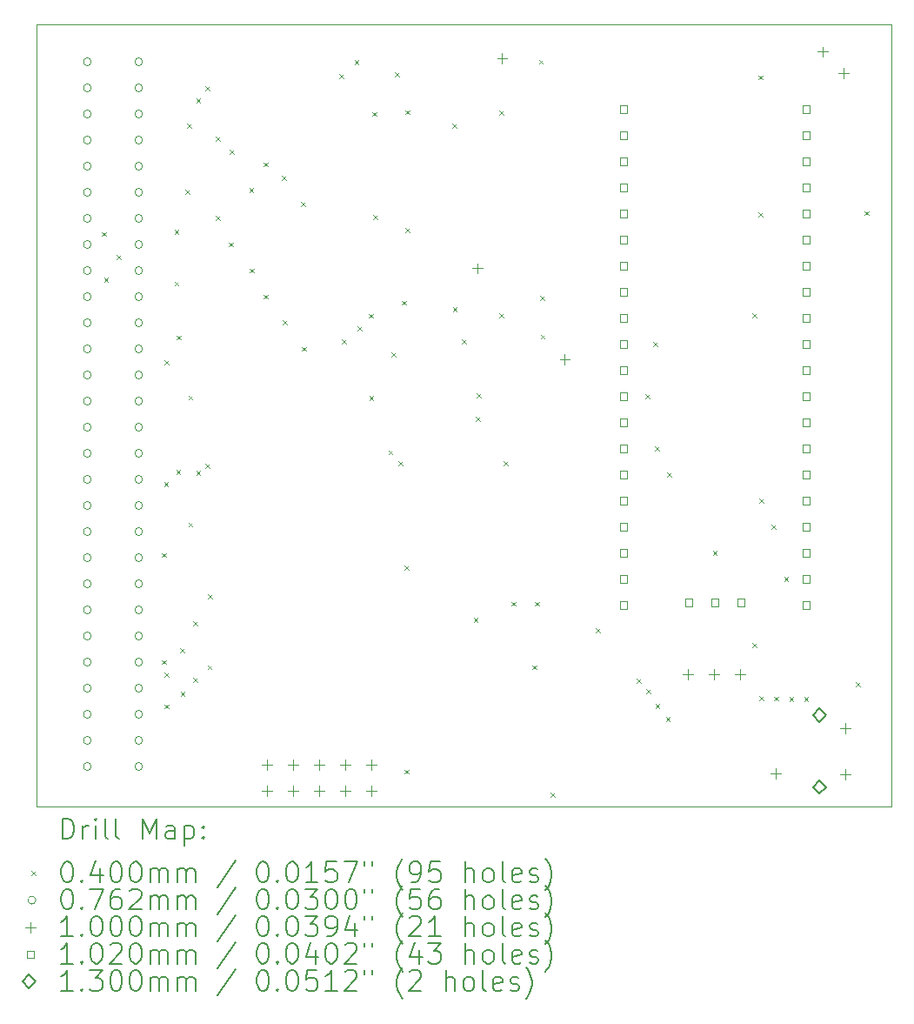
<source format=gbr>
%TF.GenerationSoftware,KiCad,Pcbnew,6.0.11-2627ca5db0~126~ubuntu22.04.1*%
%TF.CreationDate,2023-02-16T15:20:04+00:00*%
%TF.ProjectId,srom,73726f6d-2e6b-4696-9361-645f70636258,v1.2*%
%TF.SameCoordinates,Original*%
%TF.FileFunction,Drillmap*%
%TF.FilePolarity,Positive*%
%FSLAX45Y45*%
G04 Gerber Fmt 4.5, Leading zero omitted, Abs format (unit mm)*
G04 Created by KiCad (PCBNEW 6.0.11-2627ca5db0~126~ubuntu22.04.1) date 2023-02-16 15:20:04*
%MOMM*%
%LPD*%
G01*
G04 APERTURE LIST*
%ADD10C,0.100000*%
%ADD11C,0.200000*%
%ADD12C,0.040000*%
%ADD13C,0.076200*%
%ADD14C,0.102000*%
%ADD15C,0.130000*%
G04 APERTURE END LIST*
D10*
X2318000Y-4998000D02*
X10646000Y-4998000D01*
X10646000Y-4998000D02*
X10646000Y-12607000D01*
X10646000Y-12607000D02*
X2318000Y-12607000D01*
X2318000Y-12607000D02*
X2318000Y-4998000D01*
D11*
D12*
X2959000Y-7014000D02*
X2999000Y-7054000D01*
X2999000Y-7014000D02*
X2959000Y-7054000D01*
X2978000Y-7458000D02*
X3018000Y-7498000D01*
X3018000Y-7458000D02*
X2978000Y-7498000D01*
X3101000Y-7239000D02*
X3141000Y-7279000D01*
X3141000Y-7239000D02*
X3101000Y-7279000D01*
X3540000Y-11180000D02*
X3580000Y-11220000D01*
X3580000Y-11180000D02*
X3540000Y-11220000D01*
X3543000Y-10139000D02*
X3583000Y-10179000D01*
X3583000Y-10139000D02*
X3543000Y-10179000D01*
X3562000Y-9447000D02*
X3602000Y-9487000D01*
X3602000Y-9447000D02*
X3562000Y-9487000D01*
X3563000Y-8263000D02*
X3603000Y-8303000D01*
X3603000Y-8263000D02*
X3563000Y-8303000D01*
X3563000Y-11300000D02*
X3603000Y-11340000D01*
X3603000Y-11300000D02*
X3563000Y-11340000D01*
X3565000Y-11611000D02*
X3605000Y-11651000D01*
X3605000Y-11611000D02*
X3565000Y-11651000D01*
X3663000Y-6991000D02*
X3703000Y-7031000D01*
X3703000Y-6991000D02*
X3663000Y-7031000D01*
X3663000Y-7498000D02*
X3703000Y-7538000D01*
X3703000Y-7498000D02*
X3663000Y-7538000D01*
X3680000Y-9329000D02*
X3720000Y-9369000D01*
X3720000Y-9329000D02*
X3680000Y-9369000D01*
X3686000Y-8022000D02*
X3726000Y-8062000D01*
X3726000Y-8022000D02*
X3686000Y-8062000D01*
X3719000Y-11063000D02*
X3759000Y-11103000D01*
X3759000Y-11063000D02*
X3719000Y-11103000D01*
X3722000Y-11489000D02*
X3762000Y-11529000D01*
X3762000Y-11489000D02*
X3722000Y-11529000D01*
X3771000Y-6605000D02*
X3811000Y-6645000D01*
X3811000Y-6605000D02*
X3771000Y-6645000D01*
X3784000Y-5961000D02*
X3824000Y-6001000D01*
X3824000Y-5961000D02*
X3784000Y-6001000D01*
X3799000Y-8605000D02*
X3839000Y-8645000D01*
X3839000Y-8605000D02*
X3799000Y-8645000D01*
X3799000Y-9841000D02*
X3839000Y-9881000D01*
X3839000Y-9841000D02*
X3799000Y-9881000D01*
X3843000Y-11353000D02*
X3883000Y-11393000D01*
X3883000Y-11353000D02*
X3843000Y-11393000D01*
X3844000Y-10806000D02*
X3884000Y-10846000D01*
X3884000Y-10806000D02*
X3844000Y-10846000D01*
X3874000Y-9341000D02*
X3914000Y-9381000D01*
X3914000Y-9341000D02*
X3874000Y-9381000D01*
X3876000Y-5714000D02*
X3916000Y-5754000D01*
X3916000Y-5714000D02*
X3876000Y-5754000D01*
X3963000Y-5596000D02*
X4003000Y-5636000D01*
X4003000Y-5596000D02*
X3963000Y-5636000D01*
X3965000Y-9269000D02*
X4005000Y-9309000D01*
X4005000Y-9269000D02*
X3965000Y-9309000D01*
X3985000Y-11230000D02*
X4025000Y-11270000D01*
X4025000Y-11230000D02*
X3985000Y-11270000D01*
X3988000Y-10538000D02*
X4028000Y-10578000D01*
X4028000Y-10538000D02*
X3988000Y-10578000D01*
X4064000Y-6086000D02*
X4104000Y-6126000D01*
X4104000Y-6086000D02*
X4064000Y-6126000D01*
X4064000Y-6859000D02*
X4104000Y-6899000D01*
X4104000Y-6859000D02*
X4064000Y-6899000D01*
X4195000Y-7116000D02*
X4235000Y-7156000D01*
X4235000Y-7116000D02*
X4195000Y-7156000D01*
X4200000Y-6212000D02*
X4240000Y-6252000D01*
X4240000Y-6212000D02*
X4200000Y-6252000D01*
X4392000Y-6589000D02*
X4432000Y-6629000D01*
X4432000Y-6589000D02*
X4392000Y-6629000D01*
X4395000Y-7369000D02*
X4435000Y-7409000D01*
X4435000Y-7369000D02*
X4395000Y-7409000D01*
X4529000Y-6338000D02*
X4569000Y-6378000D01*
X4569000Y-6338000D02*
X4529000Y-6378000D01*
X4532000Y-7623000D02*
X4572000Y-7663000D01*
X4572000Y-7623000D02*
X4532000Y-7663000D01*
X4712000Y-6466000D02*
X4752000Y-6506000D01*
X4752000Y-6466000D02*
X4712000Y-6506000D01*
X4716000Y-7872000D02*
X4756000Y-7912000D01*
X4756000Y-7872000D02*
X4716000Y-7912000D01*
X4896000Y-6720000D02*
X4936000Y-6760000D01*
X4936000Y-6720000D02*
X4896000Y-6760000D01*
X4905000Y-8132000D02*
X4945000Y-8172000D01*
X4945000Y-8132000D02*
X4905000Y-8172000D01*
X5265000Y-5477000D02*
X5305000Y-5517000D01*
X5305000Y-5477000D02*
X5265000Y-5517000D01*
X5295000Y-8060000D02*
X5335000Y-8100000D01*
X5335000Y-8060000D02*
X5295000Y-8100000D01*
X5415000Y-5344000D02*
X5455000Y-5384000D01*
X5455000Y-5344000D02*
X5415000Y-5384000D01*
X5447000Y-7934000D02*
X5487000Y-7974000D01*
X5487000Y-7934000D02*
X5447000Y-7974000D01*
X5558000Y-7809000D02*
X5598000Y-7849000D01*
X5598000Y-7809000D02*
X5558000Y-7849000D01*
X5561000Y-8613000D02*
X5601000Y-8653000D01*
X5601000Y-8613000D02*
X5561000Y-8653000D01*
X5591000Y-5846000D02*
X5631000Y-5886000D01*
X5631000Y-5846000D02*
X5591000Y-5886000D01*
X5597000Y-6847000D02*
X5637000Y-6887000D01*
X5637000Y-6847000D02*
X5597000Y-6887000D01*
X5745000Y-9139000D02*
X5785000Y-9179000D01*
X5785000Y-9139000D02*
X5745000Y-9179000D01*
X5774000Y-8188000D02*
X5814000Y-8228000D01*
X5814000Y-8188000D02*
X5774000Y-8228000D01*
X5811000Y-5461000D02*
X5851000Y-5501000D01*
X5851000Y-5461000D02*
X5811000Y-5501000D01*
X5845000Y-9244000D02*
X5885000Y-9284000D01*
X5885000Y-9244000D02*
X5845000Y-9284000D01*
X5878000Y-7683000D02*
X5918000Y-7723000D01*
X5918000Y-7683000D02*
X5878000Y-7723000D01*
X5901000Y-12247000D02*
X5941000Y-12287000D01*
X5941000Y-12247000D02*
X5901000Y-12287000D01*
X5903000Y-10262000D02*
X5943000Y-10302000D01*
X5943000Y-10262000D02*
X5903000Y-10302000D01*
X5909000Y-5829000D02*
X5949000Y-5869000D01*
X5949000Y-5829000D02*
X5909000Y-5869000D01*
X5913000Y-6975000D02*
X5953000Y-7015000D01*
X5953000Y-6975000D02*
X5913000Y-7015000D01*
X6371000Y-5961000D02*
X6411000Y-6001000D01*
X6411000Y-5961000D02*
X6371000Y-6001000D01*
X6372000Y-7749000D02*
X6412000Y-7789000D01*
X6412000Y-7749000D02*
X6372000Y-7789000D01*
X6464000Y-8058000D02*
X6504000Y-8098000D01*
X6504000Y-8058000D02*
X6464000Y-8098000D01*
X6575000Y-10772000D02*
X6615000Y-10812000D01*
X6615000Y-10772000D02*
X6575000Y-10812000D01*
X6594000Y-8811000D02*
X6634000Y-8851000D01*
X6634000Y-8811000D02*
X6594000Y-8851000D01*
X6603000Y-8582000D02*
X6643000Y-8622000D01*
X6643000Y-8582000D02*
X6603000Y-8622000D01*
X6824000Y-7807000D02*
X6864000Y-7847000D01*
X6864000Y-7807000D02*
X6824000Y-7847000D01*
X6825000Y-5836000D02*
X6865000Y-5876000D01*
X6865000Y-5836000D02*
X6825000Y-5876000D01*
X6871000Y-9247000D02*
X6911000Y-9287000D01*
X6911000Y-9247000D02*
X6871000Y-9287000D01*
X6942592Y-10613408D02*
X6982592Y-10653408D01*
X6982592Y-10613408D02*
X6942592Y-10653408D01*
X7149000Y-11231000D02*
X7189000Y-11271000D01*
X7189000Y-11231000D02*
X7149000Y-11271000D01*
X7173592Y-10613408D02*
X7213592Y-10653408D01*
X7213592Y-10613408D02*
X7173592Y-10653408D01*
X7212000Y-5339000D02*
X7252000Y-5379000D01*
X7252000Y-5339000D02*
X7212000Y-5379000D01*
X7222000Y-7634000D02*
X7262000Y-7674000D01*
X7262000Y-7634000D02*
X7222000Y-7674000D01*
X7228000Y-8014000D02*
X7268000Y-8054000D01*
X7268000Y-8014000D02*
X7228000Y-8054000D01*
X7324000Y-12474000D02*
X7364000Y-12514000D01*
X7364000Y-12474000D02*
X7324000Y-12514000D01*
X7767000Y-10869000D02*
X7807000Y-10909000D01*
X7807000Y-10869000D02*
X7767000Y-10909000D01*
X8162000Y-11359000D02*
X8202000Y-11399000D01*
X8202000Y-11359000D02*
X8162000Y-11399000D01*
X8248000Y-8593000D02*
X8288000Y-8633000D01*
X8288000Y-8593000D02*
X8248000Y-8633000D01*
X8256000Y-11466000D02*
X8296000Y-11506000D01*
X8296000Y-11466000D02*
X8256000Y-11506000D01*
X8323000Y-8087000D02*
X8363000Y-8127000D01*
X8363000Y-8087000D02*
X8323000Y-8127000D01*
X8344000Y-9103000D02*
X8384000Y-9143000D01*
X8384000Y-9103000D02*
X8344000Y-9143000D01*
X8346000Y-11610000D02*
X8386000Y-11650000D01*
X8386000Y-11610000D02*
X8346000Y-11650000D01*
X8447000Y-11737000D02*
X8487000Y-11777000D01*
X8487000Y-11737000D02*
X8447000Y-11777000D01*
X8461000Y-9354000D02*
X8501000Y-9394000D01*
X8501000Y-9354000D02*
X8461000Y-9394000D01*
X8905000Y-10117000D02*
X8945000Y-10157000D01*
X8945000Y-10117000D02*
X8905000Y-10157000D01*
X9286550Y-11016000D02*
X9326550Y-11056000D01*
X9326550Y-11016000D02*
X9286550Y-11056000D01*
X9289000Y-7807000D02*
X9329000Y-7847000D01*
X9329000Y-7807000D02*
X9289000Y-7847000D01*
X9346000Y-6825000D02*
X9386000Y-6865000D01*
X9386000Y-6825000D02*
X9346000Y-6865000D01*
X9348000Y-5490000D02*
X9388000Y-5530000D01*
X9388000Y-5490000D02*
X9348000Y-5530000D01*
X9359000Y-9611000D02*
X9399000Y-9651000D01*
X9399000Y-9611000D02*
X9359000Y-9651000D01*
X9359000Y-11528333D02*
X9399000Y-11568333D01*
X9399000Y-11528333D02*
X9359000Y-11568333D01*
X9473000Y-9862000D02*
X9513000Y-9902000D01*
X9513000Y-9862000D02*
X9473000Y-9902000D01*
X9504000Y-11534667D02*
X9544000Y-11574667D01*
X9544000Y-11534667D02*
X9504000Y-11574667D01*
X9598000Y-10371000D02*
X9638000Y-10411000D01*
X9638000Y-10371000D02*
X9598000Y-10411000D01*
X9649000Y-11541000D02*
X9689000Y-11581000D01*
X9689000Y-11541000D02*
X9649000Y-11581000D01*
X9793000Y-11540000D02*
X9833000Y-11580000D01*
X9833000Y-11540000D02*
X9793000Y-11580000D01*
X10299000Y-11394000D02*
X10339000Y-11434000D01*
X10339000Y-11394000D02*
X10299000Y-11434000D01*
X10379000Y-6811000D02*
X10419000Y-6851000D01*
X10419000Y-6811000D02*
X10379000Y-6851000D01*
D13*
X2853100Y-5358000D02*
G75*
G03*
X2853100Y-5358000I-38100J0D01*
G01*
X2853100Y-5612000D02*
G75*
G03*
X2853100Y-5612000I-38100J0D01*
G01*
X2853100Y-5866000D02*
G75*
G03*
X2853100Y-5866000I-38100J0D01*
G01*
X2853100Y-6120000D02*
G75*
G03*
X2853100Y-6120000I-38100J0D01*
G01*
X2853100Y-6374000D02*
G75*
G03*
X2853100Y-6374000I-38100J0D01*
G01*
X2853100Y-6628000D02*
G75*
G03*
X2853100Y-6628000I-38100J0D01*
G01*
X2853100Y-6882000D02*
G75*
G03*
X2853100Y-6882000I-38100J0D01*
G01*
X2853100Y-7136000D02*
G75*
G03*
X2853100Y-7136000I-38100J0D01*
G01*
X2853100Y-7390000D02*
G75*
G03*
X2853100Y-7390000I-38100J0D01*
G01*
X2853100Y-7644000D02*
G75*
G03*
X2853100Y-7644000I-38100J0D01*
G01*
X2853100Y-7898000D02*
G75*
G03*
X2853100Y-7898000I-38100J0D01*
G01*
X2853100Y-8152000D02*
G75*
G03*
X2853100Y-8152000I-38100J0D01*
G01*
X2853100Y-8406000D02*
G75*
G03*
X2853100Y-8406000I-38100J0D01*
G01*
X2853100Y-8660000D02*
G75*
G03*
X2853100Y-8660000I-38100J0D01*
G01*
X2853100Y-8914000D02*
G75*
G03*
X2853100Y-8914000I-38100J0D01*
G01*
X2853100Y-9168000D02*
G75*
G03*
X2853100Y-9168000I-38100J0D01*
G01*
X2853100Y-9422000D02*
G75*
G03*
X2853100Y-9422000I-38100J0D01*
G01*
X2853100Y-9676000D02*
G75*
G03*
X2853100Y-9676000I-38100J0D01*
G01*
X2853100Y-9930000D02*
G75*
G03*
X2853100Y-9930000I-38100J0D01*
G01*
X2853100Y-10184000D02*
G75*
G03*
X2853100Y-10184000I-38100J0D01*
G01*
X2853100Y-10438000D02*
G75*
G03*
X2853100Y-10438000I-38100J0D01*
G01*
X2853100Y-10692000D02*
G75*
G03*
X2853100Y-10692000I-38100J0D01*
G01*
X2853100Y-10946000D02*
G75*
G03*
X2853100Y-10946000I-38100J0D01*
G01*
X2853100Y-11200000D02*
G75*
G03*
X2853100Y-11200000I-38100J0D01*
G01*
X2853100Y-11454000D02*
G75*
G03*
X2853100Y-11454000I-38100J0D01*
G01*
X2853100Y-11708000D02*
G75*
G03*
X2853100Y-11708000I-38100J0D01*
G01*
X2853100Y-11962000D02*
G75*
G03*
X2853100Y-11962000I-38100J0D01*
G01*
X2853100Y-12216000D02*
G75*
G03*
X2853100Y-12216000I-38100J0D01*
G01*
X3353100Y-5358000D02*
G75*
G03*
X3353100Y-5358000I-38100J0D01*
G01*
X3353100Y-5612000D02*
G75*
G03*
X3353100Y-5612000I-38100J0D01*
G01*
X3353100Y-5866000D02*
G75*
G03*
X3353100Y-5866000I-38100J0D01*
G01*
X3353100Y-6120000D02*
G75*
G03*
X3353100Y-6120000I-38100J0D01*
G01*
X3353100Y-6374000D02*
G75*
G03*
X3353100Y-6374000I-38100J0D01*
G01*
X3353100Y-6628000D02*
G75*
G03*
X3353100Y-6628000I-38100J0D01*
G01*
X3353100Y-6882000D02*
G75*
G03*
X3353100Y-6882000I-38100J0D01*
G01*
X3353100Y-7136000D02*
G75*
G03*
X3353100Y-7136000I-38100J0D01*
G01*
X3353100Y-7390000D02*
G75*
G03*
X3353100Y-7390000I-38100J0D01*
G01*
X3353100Y-7644000D02*
G75*
G03*
X3353100Y-7644000I-38100J0D01*
G01*
X3353100Y-7898000D02*
G75*
G03*
X3353100Y-7898000I-38100J0D01*
G01*
X3353100Y-8152000D02*
G75*
G03*
X3353100Y-8152000I-38100J0D01*
G01*
X3353100Y-8406000D02*
G75*
G03*
X3353100Y-8406000I-38100J0D01*
G01*
X3353100Y-8660000D02*
G75*
G03*
X3353100Y-8660000I-38100J0D01*
G01*
X3353100Y-8914000D02*
G75*
G03*
X3353100Y-8914000I-38100J0D01*
G01*
X3353100Y-9168000D02*
G75*
G03*
X3353100Y-9168000I-38100J0D01*
G01*
X3353100Y-9422000D02*
G75*
G03*
X3353100Y-9422000I-38100J0D01*
G01*
X3353100Y-9676000D02*
G75*
G03*
X3353100Y-9676000I-38100J0D01*
G01*
X3353100Y-9930000D02*
G75*
G03*
X3353100Y-9930000I-38100J0D01*
G01*
X3353100Y-10184000D02*
G75*
G03*
X3353100Y-10184000I-38100J0D01*
G01*
X3353100Y-10438000D02*
G75*
G03*
X3353100Y-10438000I-38100J0D01*
G01*
X3353100Y-10692000D02*
G75*
G03*
X3353100Y-10692000I-38100J0D01*
G01*
X3353100Y-10946000D02*
G75*
G03*
X3353100Y-10946000I-38100J0D01*
G01*
X3353100Y-11200000D02*
G75*
G03*
X3353100Y-11200000I-38100J0D01*
G01*
X3353100Y-11454000D02*
G75*
G03*
X3353100Y-11454000I-38100J0D01*
G01*
X3353100Y-11708000D02*
G75*
G03*
X3353100Y-11708000I-38100J0D01*
G01*
X3353100Y-11962000D02*
G75*
G03*
X3353100Y-11962000I-38100J0D01*
G01*
X3353100Y-12216000D02*
G75*
G03*
X3353100Y-12216000I-38100J0D01*
G01*
D10*
X4566000Y-12150000D02*
X4566000Y-12250000D01*
X4516000Y-12200000D02*
X4616000Y-12200000D01*
X4566000Y-12404000D02*
X4566000Y-12504000D01*
X4516000Y-12454000D02*
X4616000Y-12454000D01*
X4820000Y-12150000D02*
X4820000Y-12250000D01*
X4770000Y-12200000D02*
X4870000Y-12200000D01*
X4820000Y-12404000D02*
X4820000Y-12504000D01*
X4770000Y-12454000D02*
X4870000Y-12454000D01*
X5074000Y-12150000D02*
X5074000Y-12250000D01*
X5024000Y-12200000D02*
X5124000Y-12200000D01*
X5074000Y-12404000D02*
X5074000Y-12504000D01*
X5024000Y-12454000D02*
X5124000Y-12454000D01*
X5328000Y-12150000D02*
X5328000Y-12250000D01*
X5278000Y-12200000D02*
X5378000Y-12200000D01*
X5328000Y-12404000D02*
X5328000Y-12504000D01*
X5278000Y-12454000D02*
X5378000Y-12454000D01*
X5582000Y-12150000D02*
X5582000Y-12250000D01*
X5532000Y-12200000D02*
X5632000Y-12200000D01*
X5582000Y-12404000D02*
X5582000Y-12504000D01*
X5532000Y-12454000D02*
X5632000Y-12454000D01*
X6614000Y-7318000D02*
X6614000Y-7418000D01*
X6564000Y-7368000D02*
X6664000Y-7368000D01*
X6854000Y-5276000D02*
X6854000Y-5376000D01*
X6804000Y-5326000D02*
X6904000Y-5326000D01*
X7463000Y-8202000D02*
X7463000Y-8302000D01*
X7413000Y-8252000D02*
X7513000Y-8252000D01*
X8665000Y-11266500D02*
X8665000Y-11366500D01*
X8615000Y-11316500D02*
X8715000Y-11316500D01*
X8919000Y-11266500D02*
X8919000Y-11366500D01*
X8869000Y-11316500D02*
X8969000Y-11316500D01*
X9173000Y-11266500D02*
X9173000Y-11366500D01*
X9123000Y-11316500D02*
X9223000Y-11316500D01*
X9514000Y-12234000D02*
X9514000Y-12334000D01*
X9464000Y-12284000D02*
X9564000Y-12284000D01*
X9973000Y-5210000D02*
X9973000Y-5310000D01*
X9923000Y-5260000D02*
X10023000Y-5260000D01*
X10177000Y-5415000D02*
X10177000Y-5515000D01*
X10127000Y-5465000D02*
X10227000Y-5465000D01*
X10192500Y-11790000D02*
X10192500Y-11890000D01*
X10142500Y-11840000D02*
X10242500Y-11840000D01*
X10192500Y-12240000D02*
X10192500Y-12340000D01*
X10142500Y-12290000D02*
X10242500Y-12290000D01*
D14*
X8071063Y-5855063D02*
X8071063Y-5782937D01*
X7998937Y-5782937D01*
X7998937Y-5855063D01*
X8071063Y-5855063D01*
X8071063Y-6109063D02*
X8071063Y-6036937D01*
X7998937Y-6036937D01*
X7998937Y-6109063D01*
X8071063Y-6109063D01*
X8071063Y-6363063D02*
X8071063Y-6290937D01*
X7998937Y-6290937D01*
X7998937Y-6363063D01*
X8071063Y-6363063D01*
X8071063Y-6617063D02*
X8071063Y-6544937D01*
X7998937Y-6544937D01*
X7998937Y-6617063D01*
X8071063Y-6617063D01*
X8071063Y-6871063D02*
X8071063Y-6798937D01*
X7998937Y-6798937D01*
X7998937Y-6871063D01*
X8071063Y-6871063D01*
X8071063Y-7125063D02*
X8071063Y-7052937D01*
X7998937Y-7052937D01*
X7998937Y-7125063D01*
X8071063Y-7125063D01*
X8071063Y-7379063D02*
X8071063Y-7306937D01*
X7998937Y-7306937D01*
X7998937Y-7379063D01*
X8071063Y-7379063D01*
X8071063Y-7633063D02*
X8071063Y-7560937D01*
X7998937Y-7560937D01*
X7998937Y-7633063D01*
X8071063Y-7633063D01*
X8071063Y-7887063D02*
X8071063Y-7814937D01*
X7998937Y-7814937D01*
X7998937Y-7887063D01*
X8071063Y-7887063D01*
X8071063Y-8141063D02*
X8071063Y-8068937D01*
X7998937Y-8068937D01*
X7998937Y-8141063D01*
X8071063Y-8141063D01*
X8071063Y-8395063D02*
X8071063Y-8322937D01*
X7998937Y-8322937D01*
X7998937Y-8395063D01*
X8071063Y-8395063D01*
X8071063Y-8649063D02*
X8071063Y-8576937D01*
X7998937Y-8576937D01*
X7998937Y-8649063D01*
X8071063Y-8649063D01*
X8071063Y-8903063D02*
X8071063Y-8830937D01*
X7998937Y-8830937D01*
X7998937Y-8903063D01*
X8071063Y-8903063D01*
X8071063Y-9157063D02*
X8071063Y-9084937D01*
X7998937Y-9084937D01*
X7998937Y-9157063D01*
X8071063Y-9157063D01*
X8071063Y-9411063D02*
X8071063Y-9338937D01*
X7998937Y-9338937D01*
X7998937Y-9411063D01*
X8071063Y-9411063D01*
X8071063Y-9665063D02*
X8071063Y-9592937D01*
X7998937Y-9592937D01*
X7998937Y-9665063D01*
X8071063Y-9665063D01*
X8071063Y-9919063D02*
X8071063Y-9846937D01*
X7998937Y-9846937D01*
X7998937Y-9919063D01*
X8071063Y-9919063D01*
X8071063Y-10173063D02*
X8071063Y-10100937D01*
X7998937Y-10100937D01*
X7998937Y-10173063D01*
X8071063Y-10173063D01*
X8071063Y-10427063D02*
X8071063Y-10354937D01*
X7998937Y-10354937D01*
X7998937Y-10427063D01*
X8071063Y-10427063D01*
X8071063Y-10681063D02*
X8071063Y-10608937D01*
X7998937Y-10608937D01*
X7998937Y-10681063D01*
X8071063Y-10681063D01*
X8706063Y-10658063D02*
X8706063Y-10585937D01*
X8633937Y-10585937D01*
X8633937Y-10658063D01*
X8706063Y-10658063D01*
X8960063Y-10658063D02*
X8960063Y-10585937D01*
X8887937Y-10585937D01*
X8887937Y-10658063D01*
X8960063Y-10658063D01*
X9214063Y-10658063D02*
X9214063Y-10585937D01*
X9141937Y-10585937D01*
X9141937Y-10658063D01*
X9214063Y-10658063D01*
X9849063Y-5855063D02*
X9849063Y-5782937D01*
X9776937Y-5782937D01*
X9776937Y-5855063D01*
X9849063Y-5855063D01*
X9849063Y-6109063D02*
X9849063Y-6036937D01*
X9776937Y-6036937D01*
X9776937Y-6109063D01*
X9849063Y-6109063D01*
X9849063Y-6363063D02*
X9849063Y-6290937D01*
X9776937Y-6290937D01*
X9776937Y-6363063D01*
X9849063Y-6363063D01*
X9849063Y-6617063D02*
X9849063Y-6544937D01*
X9776937Y-6544937D01*
X9776937Y-6617063D01*
X9849063Y-6617063D01*
X9849063Y-6871063D02*
X9849063Y-6798937D01*
X9776937Y-6798937D01*
X9776937Y-6871063D01*
X9849063Y-6871063D01*
X9849063Y-7125063D02*
X9849063Y-7052937D01*
X9776937Y-7052937D01*
X9776937Y-7125063D01*
X9849063Y-7125063D01*
X9849063Y-7379063D02*
X9849063Y-7306937D01*
X9776937Y-7306937D01*
X9776937Y-7379063D01*
X9849063Y-7379063D01*
X9849063Y-7633063D02*
X9849063Y-7560937D01*
X9776937Y-7560937D01*
X9776937Y-7633063D01*
X9849063Y-7633063D01*
X9849063Y-7887063D02*
X9849063Y-7814937D01*
X9776937Y-7814937D01*
X9776937Y-7887063D01*
X9849063Y-7887063D01*
X9849063Y-8141063D02*
X9849063Y-8068937D01*
X9776937Y-8068937D01*
X9776937Y-8141063D01*
X9849063Y-8141063D01*
X9849063Y-8395063D02*
X9849063Y-8322937D01*
X9776937Y-8322937D01*
X9776937Y-8395063D01*
X9849063Y-8395063D01*
X9849063Y-8649063D02*
X9849063Y-8576937D01*
X9776937Y-8576937D01*
X9776937Y-8649063D01*
X9849063Y-8649063D01*
X9849063Y-8903063D02*
X9849063Y-8830937D01*
X9776937Y-8830937D01*
X9776937Y-8903063D01*
X9849063Y-8903063D01*
X9849063Y-9157063D02*
X9849063Y-9084937D01*
X9776937Y-9084937D01*
X9776937Y-9157063D01*
X9849063Y-9157063D01*
X9849063Y-9411063D02*
X9849063Y-9338937D01*
X9776937Y-9338937D01*
X9776937Y-9411063D01*
X9849063Y-9411063D01*
X9849063Y-9665063D02*
X9849063Y-9592937D01*
X9776937Y-9592937D01*
X9776937Y-9665063D01*
X9849063Y-9665063D01*
X9849063Y-9919063D02*
X9849063Y-9846937D01*
X9776937Y-9846937D01*
X9776937Y-9919063D01*
X9849063Y-9919063D01*
X9849063Y-10173063D02*
X9849063Y-10100937D01*
X9776937Y-10100937D01*
X9776937Y-10173063D01*
X9849063Y-10173063D01*
X9849063Y-10427063D02*
X9849063Y-10354937D01*
X9776937Y-10354937D01*
X9776937Y-10427063D01*
X9849063Y-10427063D01*
X9849063Y-10681063D02*
X9849063Y-10608937D01*
X9776937Y-10608937D01*
X9776937Y-10681063D01*
X9849063Y-10681063D01*
D15*
X9942500Y-11780000D02*
X10007500Y-11715000D01*
X9942500Y-11650000D01*
X9877500Y-11715000D01*
X9942500Y-11780000D01*
X9942500Y-12480000D02*
X10007500Y-12415000D01*
X9942500Y-12350000D01*
X9877500Y-12415000D01*
X9942500Y-12480000D01*
D11*
X2570619Y-12922476D02*
X2570619Y-12722476D01*
X2618238Y-12722476D01*
X2646810Y-12732000D01*
X2665857Y-12751048D01*
X2675381Y-12770095D01*
X2684905Y-12808190D01*
X2684905Y-12836762D01*
X2675381Y-12874857D01*
X2665857Y-12893905D01*
X2646810Y-12912952D01*
X2618238Y-12922476D01*
X2570619Y-12922476D01*
X2770619Y-12922476D02*
X2770619Y-12789143D01*
X2770619Y-12827238D02*
X2780143Y-12808190D01*
X2789667Y-12798667D01*
X2808714Y-12789143D01*
X2827762Y-12789143D01*
X2894428Y-12922476D02*
X2894428Y-12789143D01*
X2894428Y-12722476D02*
X2884905Y-12732000D01*
X2894428Y-12741524D01*
X2903952Y-12732000D01*
X2894428Y-12722476D01*
X2894428Y-12741524D01*
X3018238Y-12922476D02*
X2999190Y-12912952D01*
X2989667Y-12893905D01*
X2989667Y-12722476D01*
X3123000Y-12922476D02*
X3103952Y-12912952D01*
X3094428Y-12893905D01*
X3094428Y-12722476D01*
X3351571Y-12922476D02*
X3351571Y-12722476D01*
X3418238Y-12865333D01*
X3484905Y-12722476D01*
X3484905Y-12922476D01*
X3665857Y-12922476D02*
X3665857Y-12817714D01*
X3656333Y-12798667D01*
X3637286Y-12789143D01*
X3599190Y-12789143D01*
X3580143Y-12798667D01*
X3665857Y-12912952D02*
X3646809Y-12922476D01*
X3599190Y-12922476D01*
X3580143Y-12912952D01*
X3570619Y-12893905D01*
X3570619Y-12874857D01*
X3580143Y-12855809D01*
X3599190Y-12846286D01*
X3646809Y-12846286D01*
X3665857Y-12836762D01*
X3761095Y-12789143D02*
X3761095Y-12989143D01*
X3761095Y-12798667D02*
X3780143Y-12789143D01*
X3818238Y-12789143D01*
X3837286Y-12798667D01*
X3846809Y-12808190D01*
X3856333Y-12827238D01*
X3856333Y-12884381D01*
X3846809Y-12903428D01*
X3837286Y-12912952D01*
X3818238Y-12922476D01*
X3780143Y-12922476D01*
X3761095Y-12912952D01*
X3942048Y-12903428D02*
X3951571Y-12912952D01*
X3942048Y-12922476D01*
X3932524Y-12912952D01*
X3942048Y-12903428D01*
X3942048Y-12922476D01*
X3942048Y-12798667D02*
X3951571Y-12808190D01*
X3942048Y-12817714D01*
X3932524Y-12808190D01*
X3942048Y-12798667D01*
X3942048Y-12817714D01*
D12*
X2273000Y-13232000D02*
X2313000Y-13272000D01*
X2313000Y-13232000D02*
X2273000Y-13272000D01*
D11*
X2608714Y-13142476D02*
X2627762Y-13142476D01*
X2646810Y-13152000D01*
X2656333Y-13161524D01*
X2665857Y-13180571D01*
X2675381Y-13218667D01*
X2675381Y-13266286D01*
X2665857Y-13304381D01*
X2656333Y-13323428D01*
X2646810Y-13332952D01*
X2627762Y-13342476D01*
X2608714Y-13342476D01*
X2589667Y-13332952D01*
X2580143Y-13323428D01*
X2570619Y-13304381D01*
X2561095Y-13266286D01*
X2561095Y-13218667D01*
X2570619Y-13180571D01*
X2580143Y-13161524D01*
X2589667Y-13152000D01*
X2608714Y-13142476D01*
X2761095Y-13323428D02*
X2770619Y-13332952D01*
X2761095Y-13342476D01*
X2751571Y-13332952D01*
X2761095Y-13323428D01*
X2761095Y-13342476D01*
X2942048Y-13209143D02*
X2942048Y-13342476D01*
X2894428Y-13132952D02*
X2846809Y-13275809D01*
X2970619Y-13275809D01*
X3084905Y-13142476D02*
X3103952Y-13142476D01*
X3123000Y-13152000D01*
X3132524Y-13161524D01*
X3142048Y-13180571D01*
X3151571Y-13218667D01*
X3151571Y-13266286D01*
X3142048Y-13304381D01*
X3132524Y-13323428D01*
X3123000Y-13332952D01*
X3103952Y-13342476D01*
X3084905Y-13342476D01*
X3065857Y-13332952D01*
X3056333Y-13323428D01*
X3046809Y-13304381D01*
X3037286Y-13266286D01*
X3037286Y-13218667D01*
X3046809Y-13180571D01*
X3056333Y-13161524D01*
X3065857Y-13152000D01*
X3084905Y-13142476D01*
X3275381Y-13142476D02*
X3294428Y-13142476D01*
X3313476Y-13152000D01*
X3323000Y-13161524D01*
X3332524Y-13180571D01*
X3342048Y-13218667D01*
X3342048Y-13266286D01*
X3332524Y-13304381D01*
X3323000Y-13323428D01*
X3313476Y-13332952D01*
X3294428Y-13342476D01*
X3275381Y-13342476D01*
X3256333Y-13332952D01*
X3246809Y-13323428D01*
X3237286Y-13304381D01*
X3227762Y-13266286D01*
X3227762Y-13218667D01*
X3237286Y-13180571D01*
X3246809Y-13161524D01*
X3256333Y-13152000D01*
X3275381Y-13142476D01*
X3427762Y-13342476D02*
X3427762Y-13209143D01*
X3427762Y-13228190D02*
X3437286Y-13218667D01*
X3456333Y-13209143D01*
X3484905Y-13209143D01*
X3503952Y-13218667D01*
X3513476Y-13237714D01*
X3513476Y-13342476D01*
X3513476Y-13237714D02*
X3523000Y-13218667D01*
X3542048Y-13209143D01*
X3570619Y-13209143D01*
X3589667Y-13218667D01*
X3599190Y-13237714D01*
X3599190Y-13342476D01*
X3694428Y-13342476D02*
X3694428Y-13209143D01*
X3694428Y-13228190D02*
X3703952Y-13218667D01*
X3723000Y-13209143D01*
X3751571Y-13209143D01*
X3770619Y-13218667D01*
X3780143Y-13237714D01*
X3780143Y-13342476D01*
X3780143Y-13237714D02*
X3789667Y-13218667D01*
X3808714Y-13209143D01*
X3837286Y-13209143D01*
X3856333Y-13218667D01*
X3865857Y-13237714D01*
X3865857Y-13342476D01*
X4256333Y-13132952D02*
X4084905Y-13390095D01*
X4513476Y-13142476D02*
X4532524Y-13142476D01*
X4551571Y-13152000D01*
X4561095Y-13161524D01*
X4570619Y-13180571D01*
X4580143Y-13218667D01*
X4580143Y-13266286D01*
X4570619Y-13304381D01*
X4561095Y-13323428D01*
X4551571Y-13332952D01*
X4532524Y-13342476D01*
X4513476Y-13342476D01*
X4494429Y-13332952D01*
X4484905Y-13323428D01*
X4475381Y-13304381D01*
X4465857Y-13266286D01*
X4465857Y-13218667D01*
X4475381Y-13180571D01*
X4484905Y-13161524D01*
X4494429Y-13152000D01*
X4513476Y-13142476D01*
X4665857Y-13323428D02*
X4675381Y-13332952D01*
X4665857Y-13342476D01*
X4656333Y-13332952D01*
X4665857Y-13323428D01*
X4665857Y-13342476D01*
X4799190Y-13142476D02*
X4818238Y-13142476D01*
X4837286Y-13152000D01*
X4846810Y-13161524D01*
X4856333Y-13180571D01*
X4865857Y-13218667D01*
X4865857Y-13266286D01*
X4856333Y-13304381D01*
X4846810Y-13323428D01*
X4837286Y-13332952D01*
X4818238Y-13342476D01*
X4799190Y-13342476D01*
X4780143Y-13332952D01*
X4770619Y-13323428D01*
X4761095Y-13304381D01*
X4751571Y-13266286D01*
X4751571Y-13218667D01*
X4761095Y-13180571D01*
X4770619Y-13161524D01*
X4780143Y-13152000D01*
X4799190Y-13142476D01*
X5056333Y-13342476D02*
X4942048Y-13342476D01*
X4999190Y-13342476D02*
X4999190Y-13142476D01*
X4980143Y-13171048D01*
X4961095Y-13190095D01*
X4942048Y-13199619D01*
X5237286Y-13142476D02*
X5142048Y-13142476D01*
X5132524Y-13237714D01*
X5142048Y-13228190D01*
X5161095Y-13218667D01*
X5208714Y-13218667D01*
X5227762Y-13228190D01*
X5237286Y-13237714D01*
X5246810Y-13256762D01*
X5246810Y-13304381D01*
X5237286Y-13323428D01*
X5227762Y-13332952D01*
X5208714Y-13342476D01*
X5161095Y-13342476D01*
X5142048Y-13332952D01*
X5132524Y-13323428D01*
X5313476Y-13142476D02*
X5446810Y-13142476D01*
X5361095Y-13342476D01*
X5513476Y-13142476D02*
X5513476Y-13180571D01*
X5589667Y-13142476D02*
X5589667Y-13180571D01*
X5884905Y-13418667D02*
X5875381Y-13409143D01*
X5856333Y-13380571D01*
X5846809Y-13361524D01*
X5837286Y-13332952D01*
X5827762Y-13285333D01*
X5827762Y-13247238D01*
X5837286Y-13199619D01*
X5846809Y-13171048D01*
X5856333Y-13152000D01*
X5875381Y-13123428D01*
X5884905Y-13113905D01*
X5970619Y-13342476D02*
X6008714Y-13342476D01*
X6027762Y-13332952D01*
X6037286Y-13323428D01*
X6056333Y-13294857D01*
X6065857Y-13256762D01*
X6065857Y-13180571D01*
X6056333Y-13161524D01*
X6046809Y-13152000D01*
X6027762Y-13142476D01*
X5989667Y-13142476D01*
X5970619Y-13152000D01*
X5961095Y-13161524D01*
X5951571Y-13180571D01*
X5951571Y-13228190D01*
X5961095Y-13247238D01*
X5970619Y-13256762D01*
X5989667Y-13266286D01*
X6027762Y-13266286D01*
X6046809Y-13256762D01*
X6056333Y-13247238D01*
X6065857Y-13228190D01*
X6246809Y-13142476D02*
X6151571Y-13142476D01*
X6142048Y-13237714D01*
X6151571Y-13228190D01*
X6170619Y-13218667D01*
X6218238Y-13218667D01*
X6237286Y-13228190D01*
X6246809Y-13237714D01*
X6256333Y-13256762D01*
X6256333Y-13304381D01*
X6246809Y-13323428D01*
X6237286Y-13332952D01*
X6218238Y-13342476D01*
X6170619Y-13342476D01*
X6151571Y-13332952D01*
X6142048Y-13323428D01*
X6494428Y-13342476D02*
X6494428Y-13142476D01*
X6580143Y-13342476D02*
X6580143Y-13237714D01*
X6570619Y-13218667D01*
X6551571Y-13209143D01*
X6523000Y-13209143D01*
X6503952Y-13218667D01*
X6494428Y-13228190D01*
X6703952Y-13342476D02*
X6684905Y-13332952D01*
X6675381Y-13323428D01*
X6665857Y-13304381D01*
X6665857Y-13247238D01*
X6675381Y-13228190D01*
X6684905Y-13218667D01*
X6703952Y-13209143D01*
X6732524Y-13209143D01*
X6751571Y-13218667D01*
X6761095Y-13228190D01*
X6770619Y-13247238D01*
X6770619Y-13304381D01*
X6761095Y-13323428D01*
X6751571Y-13332952D01*
X6732524Y-13342476D01*
X6703952Y-13342476D01*
X6884905Y-13342476D02*
X6865857Y-13332952D01*
X6856333Y-13313905D01*
X6856333Y-13142476D01*
X7037286Y-13332952D02*
X7018238Y-13342476D01*
X6980143Y-13342476D01*
X6961095Y-13332952D01*
X6951571Y-13313905D01*
X6951571Y-13237714D01*
X6961095Y-13218667D01*
X6980143Y-13209143D01*
X7018238Y-13209143D01*
X7037286Y-13218667D01*
X7046809Y-13237714D01*
X7046809Y-13256762D01*
X6951571Y-13275809D01*
X7123000Y-13332952D02*
X7142048Y-13342476D01*
X7180143Y-13342476D01*
X7199190Y-13332952D01*
X7208714Y-13313905D01*
X7208714Y-13304381D01*
X7199190Y-13285333D01*
X7180143Y-13275809D01*
X7151571Y-13275809D01*
X7132524Y-13266286D01*
X7123000Y-13247238D01*
X7123000Y-13237714D01*
X7132524Y-13218667D01*
X7151571Y-13209143D01*
X7180143Y-13209143D01*
X7199190Y-13218667D01*
X7275381Y-13418667D02*
X7284905Y-13409143D01*
X7303952Y-13380571D01*
X7313476Y-13361524D01*
X7323000Y-13332952D01*
X7332524Y-13285333D01*
X7332524Y-13247238D01*
X7323000Y-13199619D01*
X7313476Y-13171048D01*
X7303952Y-13152000D01*
X7284905Y-13123428D01*
X7275381Y-13113905D01*
D13*
X2313000Y-13516000D02*
G75*
G03*
X2313000Y-13516000I-38100J0D01*
G01*
D11*
X2608714Y-13406476D02*
X2627762Y-13406476D01*
X2646810Y-13416000D01*
X2656333Y-13425524D01*
X2665857Y-13444571D01*
X2675381Y-13482667D01*
X2675381Y-13530286D01*
X2665857Y-13568381D01*
X2656333Y-13587428D01*
X2646810Y-13596952D01*
X2627762Y-13606476D01*
X2608714Y-13606476D01*
X2589667Y-13596952D01*
X2580143Y-13587428D01*
X2570619Y-13568381D01*
X2561095Y-13530286D01*
X2561095Y-13482667D01*
X2570619Y-13444571D01*
X2580143Y-13425524D01*
X2589667Y-13416000D01*
X2608714Y-13406476D01*
X2761095Y-13587428D02*
X2770619Y-13596952D01*
X2761095Y-13606476D01*
X2751571Y-13596952D01*
X2761095Y-13587428D01*
X2761095Y-13606476D01*
X2837286Y-13406476D02*
X2970619Y-13406476D01*
X2884905Y-13606476D01*
X3132524Y-13406476D02*
X3094428Y-13406476D01*
X3075381Y-13416000D01*
X3065857Y-13425524D01*
X3046809Y-13454095D01*
X3037286Y-13492190D01*
X3037286Y-13568381D01*
X3046809Y-13587428D01*
X3056333Y-13596952D01*
X3075381Y-13606476D01*
X3113476Y-13606476D01*
X3132524Y-13596952D01*
X3142048Y-13587428D01*
X3151571Y-13568381D01*
X3151571Y-13520762D01*
X3142048Y-13501714D01*
X3132524Y-13492190D01*
X3113476Y-13482667D01*
X3075381Y-13482667D01*
X3056333Y-13492190D01*
X3046809Y-13501714D01*
X3037286Y-13520762D01*
X3227762Y-13425524D02*
X3237286Y-13416000D01*
X3256333Y-13406476D01*
X3303952Y-13406476D01*
X3323000Y-13416000D01*
X3332524Y-13425524D01*
X3342048Y-13444571D01*
X3342048Y-13463619D01*
X3332524Y-13492190D01*
X3218238Y-13606476D01*
X3342048Y-13606476D01*
X3427762Y-13606476D02*
X3427762Y-13473143D01*
X3427762Y-13492190D02*
X3437286Y-13482667D01*
X3456333Y-13473143D01*
X3484905Y-13473143D01*
X3503952Y-13482667D01*
X3513476Y-13501714D01*
X3513476Y-13606476D01*
X3513476Y-13501714D02*
X3523000Y-13482667D01*
X3542048Y-13473143D01*
X3570619Y-13473143D01*
X3589667Y-13482667D01*
X3599190Y-13501714D01*
X3599190Y-13606476D01*
X3694428Y-13606476D02*
X3694428Y-13473143D01*
X3694428Y-13492190D02*
X3703952Y-13482667D01*
X3723000Y-13473143D01*
X3751571Y-13473143D01*
X3770619Y-13482667D01*
X3780143Y-13501714D01*
X3780143Y-13606476D01*
X3780143Y-13501714D02*
X3789667Y-13482667D01*
X3808714Y-13473143D01*
X3837286Y-13473143D01*
X3856333Y-13482667D01*
X3865857Y-13501714D01*
X3865857Y-13606476D01*
X4256333Y-13396952D02*
X4084905Y-13654095D01*
X4513476Y-13406476D02*
X4532524Y-13406476D01*
X4551571Y-13416000D01*
X4561095Y-13425524D01*
X4570619Y-13444571D01*
X4580143Y-13482667D01*
X4580143Y-13530286D01*
X4570619Y-13568381D01*
X4561095Y-13587428D01*
X4551571Y-13596952D01*
X4532524Y-13606476D01*
X4513476Y-13606476D01*
X4494429Y-13596952D01*
X4484905Y-13587428D01*
X4475381Y-13568381D01*
X4465857Y-13530286D01*
X4465857Y-13482667D01*
X4475381Y-13444571D01*
X4484905Y-13425524D01*
X4494429Y-13416000D01*
X4513476Y-13406476D01*
X4665857Y-13587428D02*
X4675381Y-13596952D01*
X4665857Y-13606476D01*
X4656333Y-13596952D01*
X4665857Y-13587428D01*
X4665857Y-13606476D01*
X4799190Y-13406476D02*
X4818238Y-13406476D01*
X4837286Y-13416000D01*
X4846810Y-13425524D01*
X4856333Y-13444571D01*
X4865857Y-13482667D01*
X4865857Y-13530286D01*
X4856333Y-13568381D01*
X4846810Y-13587428D01*
X4837286Y-13596952D01*
X4818238Y-13606476D01*
X4799190Y-13606476D01*
X4780143Y-13596952D01*
X4770619Y-13587428D01*
X4761095Y-13568381D01*
X4751571Y-13530286D01*
X4751571Y-13482667D01*
X4761095Y-13444571D01*
X4770619Y-13425524D01*
X4780143Y-13416000D01*
X4799190Y-13406476D01*
X4932524Y-13406476D02*
X5056333Y-13406476D01*
X4989667Y-13482667D01*
X5018238Y-13482667D01*
X5037286Y-13492190D01*
X5046810Y-13501714D01*
X5056333Y-13520762D01*
X5056333Y-13568381D01*
X5046810Y-13587428D01*
X5037286Y-13596952D01*
X5018238Y-13606476D01*
X4961095Y-13606476D01*
X4942048Y-13596952D01*
X4932524Y-13587428D01*
X5180143Y-13406476D02*
X5199190Y-13406476D01*
X5218238Y-13416000D01*
X5227762Y-13425524D01*
X5237286Y-13444571D01*
X5246810Y-13482667D01*
X5246810Y-13530286D01*
X5237286Y-13568381D01*
X5227762Y-13587428D01*
X5218238Y-13596952D01*
X5199190Y-13606476D01*
X5180143Y-13606476D01*
X5161095Y-13596952D01*
X5151571Y-13587428D01*
X5142048Y-13568381D01*
X5132524Y-13530286D01*
X5132524Y-13482667D01*
X5142048Y-13444571D01*
X5151571Y-13425524D01*
X5161095Y-13416000D01*
X5180143Y-13406476D01*
X5370619Y-13406476D02*
X5389667Y-13406476D01*
X5408714Y-13416000D01*
X5418238Y-13425524D01*
X5427762Y-13444571D01*
X5437286Y-13482667D01*
X5437286Y-13530286D01*
X5427762Y-13568381D01*
X5418238Y-13587428D01*
X5408714Y-13596952D01*
X5389667Y-13606476D01*
X5370619Y-13606476D01*
X5351571Y-13596952D01*
X5342048Y-13587428D01*
X5332524Y-13568381D01*
X5323000Y-13530286D01*
X5323000Y-13482667D01*
X5332524Y-13444571D01*
X5342048Y-13425524D01*
X5351571Y-13416000D01*
X5370619Y-13406476D01*
X5513476Y-13406476D02*
X5513476Y-13444571D01*
X5589667Y-13406476D02*
X5589667Y-13444571D01*
X5884905Y-13682667D02*
X5875381Y-13673143D01*
X5856333Y-13644571D01*
X5846809Y-13625524D01*
X5837286Y-13596952D01*
X5827762Y-13549333D01*
X5827762Y-13511238D01*
X5837286Y-13463619D01*
X5846809Y-13435048D01*
X5856333Y-13416000D01*
X5875381Y-13387428D01*
X5884905Y-13377905D01*
X6056333Y-13406476D02*
X5961095Y-13406476D01*
X5951571Y-13501714D01*
X5961095Y-13492190D01*
X5980143Y-13482667D01*
X6027762Y-13482667D01*
X6046809Y-13492190D01*
X6056333Y-13501714D01*
X6065857Y-13520762D01*
X6065857Y-13568381D01*
X6056333Y-13587428D01*
X6046809Y-13596952D01*
X6027762Y-13606476D01*
X5980143Y-13606476D01*
X5961095Y-13596952D01*
X5951571Y-13587428D01*
X6237286Y-13406476D02*
X6199190Y-13406476D01*
X6180143Y-13416000D01*
X6170619Y-13425524D01*
X6151571Y-13454095D01*
X6142048Y-13492190D01*
X6142048Y-13568381D01*
X6151571Y-13587428D01*
X6161095Y-13596952D01*
X6180143Y-13606476D01*
X6218238Y-13606476D01*
X6237286Y-13596952D01*
X6246809Y-13587428D01*
X6256333Y-13568381D01*
X6256333Y-13520762D01*
X6246809Y-13501714D01*
X6237286Y-13492190D01*
X6218238Y-13482667D01*
X6180143Y-13482667D01*
X6161095Y-13492190D01*
X6151571Y-13501714D01*
X6142048Y-13520762D01*
X6494428Y-13606476D02*
X6494428Y-13406476D01*
X6580143Y-13606476D02*
X6580143Y-13501714D01*
X6570619Y-13482667D01*
X6551571Y-13473143D01*
X6523000Y-13473143D01*
X6503952Y-13482667D01*
X6494428Y-13492190D01*
X6703952Y-13606476D02*
X6684905Y-13596952D01*
X6675381Y-13587428D01*
X6665857Y-13568381D01*
X6665857Y-13511238D01*
X6675381Y-13492190D01*
X6684905Y-13482667D01*
X6703952Y-13473143D01*
X6732524Y-13473143D01*
X6751571Y-13482667D01*
X6761095Y-13492190D01*
X6770619Y-13511238D01*
X6770619Y-13568381D01*
X6761095Y-13587428D01*
X6751571Y-13596952D01*
X6732524Y-13606476D01*
X6703952Y-13606476D01*
X6884905Y-13606476D02*
X6865857Y-13596952D01*
X6856333Y-13577905D01*
X6856333Y-13406476D01*
X7037286Y-13596952D02*
X7018238Y-13606476D01*
X6980143Y-13606476D01*
X6961095Y-13596952D01*
X6951571Y-13577905D01*
X6951571Y-13501714D01*
X6961095Y-13482667D01*
X6980143Y-13473143D01*
X7018238Y-13473143D01*
X7037286Y-13482667D01*
X7046809Y-13501714D01*
X7046809Y-13520762D01*
X6951571Y-13539809D01*
X7123000Y-13596952D02*
X7142048Y-13606476D01*
X7180143Y-13606476D01*
X7199190Y-13596952D01*
X7208714Y-13577905D01*
X7208714Y-13568381D01*
X7199190Y-13549333D01*
X7180143Y-13539809D01*
X7151571Y-13539809D01*
X7132524Y-13530286D01*
X7123000Y-13511238D01*
X7123000Y-13501714D01*
X7132524Y-13482667D01*
X7151571Y-13473143D01*
X7180143Y-13473143D01*
X7199190Y-13482667D01*
X7275381Y-13682667D02*
X7284905Y-13673143D01*
X7303952Y-13644571D01*
X7313476Y-13625524D01*
X7323000Y-13596952D01*
X7332524Y-13549333D01*
X7332524Y-13511238D01*
X7323000Y-13463619D01*
X7313476Y-13435048D01*
X7303952Y-13416000D01*
X7284905Y-13387428D01*
X7275381Y-13377905D01*
D10*
X2263000Y-13730000D02*
X2263000Y-13830000D01*
X2213000Y-13780000D02*
X2313000Y-13780000D01*
D11*
X2675381Y-13870476D02*
X2561095Y-13870476D01*
X2618238Y-13870476D02*
X2618238Y-13670476D01*
X2599190Y-13699048D01*
X2580143Y-13718095D01*
X2561095Y-13727619D01*
X2761095Y-13851428D02*
X2770619Y-13860952D01*
X2761095Y-13870476D01*
X2751571Y-13860952D01*
X2761095Y-13851428D01*
X2761095Y-13870476D01*
X2894428Y-13670476D02*
X2913476Y-13670476D01*
X2932524Y-13680000D01*
X2942048Y-13689524D01*
X2951571Y-13708571D01*
X2961095Y-13746667D01*
X2961095Y-13794286D01*
X2951571Y-13832381D01*
X2942048Y-13851428D01*
X2932524Y-13860952D01*
X2913476Y-13870476D01*
X2894428Y-13870476D01*
X2875381Y-13860952D01*
X2865857Y-13851428D01*
X2856333Y-13832381D01*
X2846809Y-13794286D01*
X2846809Y-13746667D01*
X2856333Y-13708571D01*
X2865857Y-13689524D01*
X2875381Y-13680000D01*
X2894428Y-13670476D01*
X3084905Y-13670476D02*
X3103952Y-13670476D01*
X3123000Y-13680000D01*
X3132524Y-13689524D01*
X3142048Y-13708571D01*
X3151571Y-13746667D01*
X3151571Y-13794286D01*
X3142048Y-13832381D01*
X3132524Y-13851428D01*
X3123000Y-13860952D01*
X3103952Y-13870476D01*
X3084905Y-13870476D01*
X3065857Y-13860952D01*
X3056333Y-13851428D01*
X3046809Y-13832381D01*
X3037286Y-13794286D01*
X3037286Y-13746667D01*
X3046809Y-13708571D01*
X3056333Y-13689524D01*
X3065857Y-13680000D01*
X3084905Y-13670476D01*
X3275381Y-13670476D02*
X3294428Y-13670476D01*
X3313476Y-13680000D01*
X3323000Y-13689524D01*
X3332524Y-13708571D01*
X3342048Y-13746667D01*
X3342048Y-13794286D01*
X3332524Y-13832381D01*
X3323000Y-13851428D01*
X3313476Y-13860952D01*
X3294428Y-13870476D01*
X3275381Y-13870476D01*
X3256333Y-13860952D01*
X3246809Y-13851428D01*
X3237286Y-13832381D01*
X3227762Y-13794286D01*
X3227762Y-13746667D01*
X3237286Y-13708571D01*
X3246809Y-13689524D01*
X3256333Y-13680000D01*
X3275381Y-13670476D01*
X3427762Y-13870476D02*
X3427762Y-13737143D01*
X3427762Y-13756190D02*
X3437286Y-13746667D01*
X3456333Y-13737143D01*
X3484905Y-13737143D01*
X3503952Y-13746667D01*
X3513476Y-13765714D01*
X3513476Y-13870476D01*
X3513476Y-13765714D02*
X3523000Y-13746667D01*
X3542048Y-13737143D01*
X3570619Y-13737143D01*
X3589667Y-13746667D01*
X3599190Y-13765714D01*
X3599190Y-13870476D01*
X3694428Y-13870476D02*
X3694428Y-13737143D01*
X3694428Y-13756190D02*
X3703952Y-13746667D01*
X3723000Y-13737143D01*
X3751571Y-13737143D01*
X3770619Y-13746667D01*
X3780143Y-13765714D01*
X3780143Y-13870476D01*
X3780143Y-13765714D02*
X3789667Y-13746667D01*
X3808714Y-13737143D01*
X3837286Y-13737143D01*
X3856333Y-13746667D01*
X3865857Y-13765714D01*
X3865857Y-13870476D01*
X4256333Y-13660952D02*
X4084905Y-13918095D01*
X4513476Y-13670476D02*
X4532524Y-13670476D01*
X4551571Y-13680000D01*
X4561095Y-13689524D01*
X4570619Y-13708571D01*
X4580143Y-13746667D01*
X4580143Y-13794286D01*
X4570619Y-13832381D01*
X4561095Y-13851428D01*
X4551571Y-13860952D01*
X4532524Y-13870476D01*
X4513476Y-13870476D01*
X4494429Y-13860952D01*
X4484905Y-13851428D01*
X4475381Y-13832381D01*
X4465857Y-13794286D01*
X4465857Y-13746667D01*
X4475381Y-13708571D01*
X4484905Y-13689524D01*
X4494429Y-13680000D01*
X4513476Y-13670476D01*
X4665857Y-13851428D02*
X4675381Y-13860952D01*
X4665857Y-13870476D01*
X4656333Y-13860952D01*
X4665857Y-13851428D01*
X4665857Y-13870476D01*
X4799190Y-13670476D02*
X4818238Y-13670476D01*
X4837286Y-13680000D01*
X4846810Y-13689524D01*
X4856333Y-13708571D01*
X4865857Y-13746667D01*
X4865857Y-13794286D01*
X4856333Y-13832381D01*
X4846810Y-13851428D01*
X4837286Y-13860952D01*
X4818238Y-13870476D01*
X4799190Y-13870476D01*
X4780143Y-13860952D01*
X4770619Y-13851428D01*
X4761095Y-13832381D01*
X4751571Y-13794286D01*
X4751571Y-13746667D01*
X4761095Y-13708571D01*
X4770619Y-13689524D01*
X4780143Y-13680000D01*
X4799190Y-13670476D01*
X4932524Y-13670476D02*
X5056333Y-13670476D01*
X4989667Y-13746667D01*
X5018238Y-13746667D01*
X5037286Y-13756190D01*
X5046810Y-13765714D01*
X5056333Y-13784762D01*
X5056333Y-13832381D01*
X5046810Y-13851428D01*
X5037286Y-13860952D01*
X5018238Y-13870476D01*
X4961095Y-13870476D01*
X4942048Y-13860952D01*
X4932524Y-13851428D01*
X5151571Y-13870476D02*
X5189667Y-13870476D01*
X5208714Y-13860952D01*
X5218238Y-13851428D01*
X5237286Y-13822857D01*
X5246810Y-13784762D01*
X5246810Y-13708571D01*
X5237286Y-13689524D01*
X5227762Y-13680000D01*
X5208714Y-13670476D01*
X5170619Y-13670476D01*
X5151571Y-13680000D01*
X5142048Y-13689524D01*
X5132524Y-13708571D01*
X5132524Y-13756190D01*
X5142048Y-13775238D01*
X5151571Y-13784762D01*
X5170619Y-13794286D01*
X5208714Y-13794286D01*
X5227762Y-13784762D01*
X5237286Y-13775238D01*
X5246810Y-13756190D01*
X5418238Y-13737143D02*
X5418238Y-13870476D01*
X5370619Y-13660952D02*
X5323000Y-13803809D01*
X5446810Y-13803809D01*
X5513476Y-13670476D02*
X5513476Y-13708571D01*
X5589667Y-13670476D02*
X5589667Y-13708571D01*
X5884905Y-13946667D02*
X5875381Y-13937143D01*
X5856333Y-13908571D01*
X5846809Y-13889524D01*
X5837286Y-13860952D01*
X5827762Y-13813333D01*
X5827762Y-13775238D01*
X5837286Y-13727619D01*
X5846809Y-13699048D01*
X5856333Y-13680000D01*
X5875381Y-13651428D01*
X5884905Y-13641905D01*
X5951571Y-13689524D02*
X5961095Y-13680000D01*
X5980143Y-13670476D01*
X6027762Y-13670476D01*
X6046809Y-13680000D01*
X6056333Y-13689524D01*
X6065857Y-13708571D01*
X6065857Y-13727619D01*
X6056333Y-13756190D01*
X5942048Y-13870476D01*
X6065857Y-13870476D01*
X6256333Y-13870476D02*
X6142048Y-13870476D01*
X6199190Y-13870476D02*
X6199190Y-13670476D01*
X6180143Y-13699048D01*
X6161095Y-13718095D01*
X6142048Y-13727619D01*
X6494428Y-13870476D02*
X6494428Y-13670476D01*
X6580143Y-13870476D02*
X6580143Y-13765714D01*
X6570619Y-13746667D01*
X6551571Y-13737143D01*
X6523000Y-13737143D01*
X6503952Y-13746667D01*
X6494428Y-13756190D01*
X6703952Y-13870476D02*
X6684905Y-13860952D01*
X6675381Y-13851428D01*
X6665857Y-13832381D01*
X6665857Y-13775238D01*
X6675381Y-13756190D01*
X6684905Y-13746667D01*
X6703952Y-13737143D01*
X6732524Y-13737143D01*
X6751571Y-13746667D01*
X6761095Y-13756190D01*
X6770619Y-13775238D01*
X6770619Y-13832381D01*
X6761095Y-13851428D01*
X6751571Y-13860952D01*
X6732524Y-13870476D01*
X6703952Y-13870476D01*
X6884905Y-13870476D02*
X6865857Y-13860952D01*
X6856333Y-13841905D01*
X6856333Y-13670476D01*
X7037286Y-13860952D02*
X7018238Y-13870476D01*
X6980143Y-13870476D01*
X6961095Y-13860952D01*
X6951571Y-13841905D01*
X6951571Y-13765714D01*
X6961095Y-13746667D01*
X6980143Y-13737143D01*
X7018238Y-13737143D01*
X7037286Y-13746667D01*
X7046809Y-13765714D01*
X7046809Y-13784762D01*
X6951571Y-13803809D01*
X7123000Y-13860952D02*
X7142048Y-13870476D01*
X7180143Y-13870476D01*
X7199190Y-13860952D01*
X7208714Y-13841905D01*
X7208714Y-13832381D01*
X7199190Y-13813333D01*
X7180143Y-13803809D01*
X7151571Y-13803809D01*
X7132524Y-13794286D01*
X7123000Y-13775238D01*
X7123000Y-13765714D01*
X7132524Y-13746667D01*
X7151571Y-13737143D01*
X7180143Y-13737143D01*
X7199190Y-13746667D01*
X7275381Y-13946667D02*
X7284905Y-13937143D01*
X7303952Y-13908571D01*
X7313476Y-13889524D01*
X7323000Y-13860952D01*
X7332524Y-13813333D01*
X7332524Y-13775238D01*
X7323000Y-13727619D01*
X7313476Y-13699048D01*
X7303952Y-13680000D01*
X7284905Y-13651428D01*
X7275381Y-13641905D01*
D14*
X2298063Y-14080063D02*
X2298063Y-14007937D01*
X2225937Y-14007937D01*
X2225937Y-14080063D01*
X2298063Y-14080063D01*
D11*
X2675381Y-14134476D02*
X2561095Y-14134476D01*
X2618238Y-14134476D02*
X2618238Y-13934476D01*
X2599190Y-13963048D01*
X2580143Y-13982095D01*
X2561095Y-13991619D01*
X2761095Y-14115428D02*
X2770619Y-14124952D01*
X2761095Y-14134476D01*
X2751571Y-14124952D01*
X2761095Y-14115428D01*
X2761095Y-14134476D01*
X2894428Y-13934476D02*
X2913476Y-13934476D01*
X2932524Y-13944000D01*
X2942048Y-13953524D01*
X2951571Y-13972571D01*
X2961095Y-14010667D01*
X2961095Y-14058286D01*
X2951571Y-14096381D01*
X2942048Y-14115428D01*
X2932524Y-14124952D01*
X2913476Y-14134476D01*
X2894428Y-14134476D01*
X2875381Y-14124952D01*
X2865857Y-14115428D01*
X2856333Y-14096381D01*
X2846809Y-14058286D01*
X2846809Y-14010667D01*
X2856333Y-13972571D01*
X2865857Y-13953524D01*
X2875381Y-13944000D01*
X2894428Y-13934476D01*
X3037286Y-13953524D02*
X3046809Y-13944000D01*
X3065857Y-13934476D01*
X3113476Y-13934476D01*
X3132524Y-13944000D01*
X3142048Y-13953524D01*
X3151571Y-13972571D01*
X3151571Y-13991619D01*
X3142048Y-14020190D01*
X3027762Y-14134476D01*
X3151571Y-14134476D01*
X3275381Y-13934476D02*
X3294428Y-13934476D01*
X3313476Y-13944000D01*
X3323000Y-13953524D01*
X3332524Y-13972571D01*
X3342048Y-14010667D01*
X3342048Y-14058286D01*
X3332524Y-14096381D01*
X3323000Y-14115428D01*
X3313476Y-14124952D01*
X3294428Y-14134476D01*
X3275381Y-14134476D01*
X3256333Y-14124952D01*
X3246809Y-14115428D01*
X3237286Y-14096381D01*
X3227762Y-14058286D01*
X3227762Y-14010667D01*
X3237286Y-13972571D01*
X3246809Y-13953524D01*
X3256333Y-13944000D01*
X3275381Y-13934476D01*
X3427762Y-14134476D02*
X3427762Y-14001143D01*
X3427762Y-14020190D02*
X3437286Y-14010667D01*
X3456333Y-14001143D01*
X3484905Y-14001143D01*
X3503952Y-14010667D01*
X3513476Y-14029714D01*
X3513476Y-14134476D01*
X3513476Y-14029714D02*
X3523000Y-14010667D01*
X3542048Y-14001143D01*
X3570619Y-14001143D01*
X3589667Y-14010667D01*
X3599190Y-14029714D01*
X3599190Y-14134476D01*
X3694428Y-14134476D02*
X3694428Y-14001143D01*
X3694428Y-14020190D02*
X3703952Y-14010667D01*
X3723000Y-14001143D01*
X3751571Y-14001143D01*
X3770619Y-14010667D01*
X3780143Y-14029714D01*
X3780143Y-14134476D01*
X3780143Y-14029714D02*
X3789667Y-14010667D01*
X3808714Y-14001143D01*
X3837286Y-14001143D01*
X3856333Y-14010667D01*
X3865857Y-14029714D01*
X3865857Y-14134476D01*
X4256333Y-13924952D02*
X4084905Y-14182095D01*
X4513476Y-13934476D02*
X4532524Y-13934476D01*
X4551571Y-13944000D01*
X4561095Y-13953524D01*
X4570619Y-13972571D01*
X4580143Y-14010667D01*
X4580143Y-14058286D01*
X4570619Y-14096381D01*
X4561095Y-14115428D01*
X4551571Y-14124952D01*
X4532524Y-14134476D01*
X4513476Y-14134476D01*
X4494429Y-14124952D01*
X4484905Y-14115428D01*
X4475381Y-14096381D01*
X4465857Y-14058286D01*
X4465857Y-14010667D01*
X4475381Y-13972571D01*
X4484905Y-13953524D01*
X4494429Y-13944000D01*
X4513476Y-13934476D01*
X4665857Y-14115428D02*
X4675381Y-14124952D01*
X4665857Y-14134476D01*
X4656333Y-14124952D01*
X4665857Y-14115428D01*
X4665857Y-14134476D01*
X4799190Y-13934476D02*
X4818238Y-13934476D01*
X4837286Y-13944000D01*
X4846810Y-13953524D01*
X4856333Y-13972571D01*
X4865857Y-14010667D01*
X4865857Y-14058286D01*
X4856333Y-14096381D01*
X4846810Y-14115428D01*
X4837286Y-14124952D01*
X4818238Y-14134476D01*
X4799190Y-14134476D01*
X4780143Y-14124952D01*
X4770619Y-14115428D01*
X4761095Y-14096381D01*
X4751571Y-14058286D01*
X4751571Y-14010667D01*
X4761095Y-13972571D01*
X4770619Y-13953524D01*
X4780143Y-13944000D01*
X4799190Y-13934476D01*
X5037286Y-14001143D02*
X5037286Y-14134476D01*
X4989667Y-13924952D02*
X4942048Y-14067809D01*
X5065857Y-14067809D01*
X5180143Y-13934476D02*
X5199190Y-13934476D01*
X5218238Y-13944000D01*
X5227762Y-13953524D01*
X5237286Y-13972571D01*
X5246810Y-14010667D01*
X5246810Y-14058286D01*
X5237286Y-14096381D01*
X5227762Y-14115428D01*
X5218238Y-14124952D01*
X5199190Y-14134476D01*
X5180143Y-14134476D01*
X5161095Y-14124952D01*
X5151571Y-14115428D01*
X5142048Y-14096381D01*
X5132524Y-14058286D01*
X5132524Y-14010667D01*
X5142048Y-13972571D01*
X5151571Y-13953524D01*
X5161095Y-13944000D01*
X5180143Y-13934476D01*
X5323000Y-13953524D02*
X5332524Y-13944000D01*
X5351571Y-13934476D01*
X5399190Y-13934476D01*
X5418238Y-13944000D01*
X5427762Y-13953524D01*
X5437286Y-13972571D01*
X5437286Y-13991619D01*
X5427762Y-14020190D01*
X5313476Y-14134476D01*
X5437286Y-14134476D01*
X5513476Y-13934476D02*
X5513476Y-13972571D01*
X5589667Y-13934476D02*
X5589667Y-13972571D01*
X5884905Y-14210667D02*
X5875381Y-14201143D01*
X5856333Y-14172571D01*
X5846809Y-14153524D01*
X5837286Y-14124952D01*
X5827762Y-14077333D01*
X5827762Y-14039238D01*
X5837286Y-13991619D01*
X5846809Y-13963048D01*
X5856333Y-13944000D01*
X5875381Y-13915428D01*
X5884905Y-13905905D01*
X6046809Y-14001143D02*
X6046809Y-14134476D01*
X5999190Y-13924952D02*
X5951571Y-14067809D01*
X6075381Y-14067809D01*
X6132524Y-13934476D02*
X6256333Y-13934476D01*
X6189667Y-14010667D01*
X6218238Y-14010667D01*
X6237286Y-14020190D01*
X6246809Y-14029714D01*
X6256333Y-14048762D01*
X6256333Y-14096381D01*
X6246809Y-14115428D01*
X6237286Y-14124952D01*
X6218238Y-14134476D01*
X6161095Y-14134476D01*
X6142048Y-14124952D01*
X6132524Y-14115428D01*
X6494428Y-14134476D02*
X6494428Y-13934476D01*
X6580143Y-14134476D02*
X6580143Y-14029714D01*
X6570619Y-14010667D01*
X6551571Y-14001143D01*
X6523000Y-14001143D01*
X6503952Y-14010667D01*
X6494428Y-14020190D01*
X6703952Y-14134476D02*
X6684905Y-14124952D01*
X6675381Y-14115428D01*
X6665857Y-14096381D01*
X6665857Y-14039238D01*
X6675381Y-14020190D01*
X6684905Y-14010667D01*
X6703952Y-14001143D01*
X6732524Y-14001143D01*
X6751571Y-14010667D01*
X6761095Y-14020190D01*
X6770619Y-14039238D01*
X6770619Y-14096381D01*
X6761095Y-14115428D01*
X6751571Y-14124952D01*
X6732524Y-14134476D01*
X6703952Y-14134476D01*
X6884905Y-14134476D02*
X6865857Y-14124952D01*
X6856333Y-14105905D01*
X6856333Y-13934476D01*
X7037286Y-14124952D02*
X7018238Y-14134476D01*
X6980143Y-14134476D01*
X6961095Y-14124952D01*
X6951571Y-14105905D01*
X6951571Y-14029714D01*
X6961095Y-14010667D01*
X6980143Y-14001143D01*
X7018238Y-14001143D01*
X7037286Y-14010667D01*
X7046809Y-14029714D01*
X7046809Y-14048762D01*
X6951571Y-14067809D01*
X7123000Y-14124952D02*
X7142048Y-14134476D01*
X7180143Y-14134476D01*
X7199190Y-14124952D01*
X7208714Y-14105905D01*
X7208714Y-14096381D01*
X7199190Y-14077333D01*
X7180143Y-14067809D01*
X7151571Y-14067809D01*
X7132524Y-14058286D01*
X7123000Y-14039238D01*
X7123000Y-14029714D01*
X7132524Y-14010667D01*
X7151571Y-14001143D01*
X7180143Y-14001143D01*
X7199190Y-14010667D01*
X7275381Y-14210667D02*
X7284905Y-14201143D01*
X7303952Y-14172571D01*
X7313476Y-14153524D01*
X7323000Y-14124952D01*
X7332524Y-14077333D01*
X7332524Y-14039238D01*
X7323000Y-13991619D01*
X7313476Y-13963048D01*
X7303952Y-13944000D01*
X7284905Y-13915428D01*
X7275381Y-13905905D01*
D15*
X2248000Y-14373000D02*
X2313000Y-14308000D01*
X2248000Y-14243000D01*
X2183000Y-14308000D01*
X2248000Y-14373000D01*
D11*
X2675381Y-14398476D02*
X2561095Y-14398476D01*
X2618238Y-14398476D02*
X2618238Y-14198476D01*
X2599190Y-14227048D01*
X2580143Y-14246095D01*
X2561095Y-14255619D01*
X2761095Y-14379428D02*
X2770619Y-14388952D01*
X2761095Y-14398476D01*
X2751571Y-14388952D01*
X2761095Y-14379428D01*
X2761095Y-14398476D01*
X2837286Y-14198476D02*
X2961095Y-14198476D01*
X2894428Y-14274667D01*
X2923000Y-14274667D01*
X2942048Y-14284190D01*
X2951571Y-14293714D01*
X2961095Y-14312762D01*
X2961095Y-14360381D01*
X2951571Y-14379428D01*
X2942048Y-14388952D01*
X2923000Y-14398476D01*
X2865857Y-14398476D01*
X2846809Y-14388952D01*
X2837286Y-14379428D01*
X3084905Y-14198476D02*
X3103952Y-14198476D01*
X3123000Y-14208000D01*
X3132524Y-14217524D01*
X3142048Y-14236571D01*
X3151571Y-14274667D01*
X3151571Y-14322286D01*
X3142048Y-14360381D01*
X3132524Y-14379428D01*
X3123000Y-14388952D01*
X3103952Y-14398476D01*
X3084905Y-14398476D01*
X3065857Y-14388952D01*
X3056333Y-14379428D01*
X3046809Y-14360381D01*
X3037286Y-14322286D01*
X3037286Y-14274667D01*
X3046809Y-14236571D01*
X3056333Y-14217524D01*
X3065857Y-14208000D01*
X3084905Y-14198476D01*
X3275381Y-14198476D02*
X3294428Y-14198476D01*
X3313476Y-14208000D01*
X3323000Y-14217524D01*
X3332524Y-14236571D01*
X3342048Y-14274667D01*
X3342048Y-14322286D01*
X3332524Y-14360381D01*
X3323000Y-14379428D01*
X3313476Y-14388952D01*
X3294428Y-14398476D01*
X3275381Y-14398476D01*
X3256333Y-14388952D01*
X3246809Y-14379428D01*
X3237286Y-14360381D01*
X3227762Y-14322286D01*
X3227762Y-14274667D01*
X3237286Y-14236571D01*
X3246809Y-14217524D01*
X3256333Y-14208000D01*
X3275381Y-14198476D01*
X3427762Y-14398476D02*
X3427762Y-14265143D01*
X3427762Y-14284190D02*
X3437286Y-14274667D01*
X3456333Y-14265143D01*
X3484905Y-14265143D01*
X3503952Y-14274667D01*
X3513476Y-14293714D01*
X3513476Y-14398476D01*
X3513476Y-14293714D02*
X3523000Y-14274667D01*
X3542048Y-14265143D01*
X3570619Y-14265143D01*
X3589667Y-14274667D01*
X3599190Y-14293714D01*
X3599190Y-14398476D01*
X3694428Y-14398476D02*
X3694428Y-14265143D01*
X3694428Y-14284190D02*
X3703952Y-14274667D01*
X3723000Y-14265143D01*
X3751571Y-14265143D01*
X3770619Y-14274667D01*
X3780143Y-14293714D01*
X3780143Y-14398476D01*
X3780143Y-14293714D02*
X3789667Y-14274667D01*
X3808714Y-14265143D01*
X3837286Y-14265143D01*
X3856333Y-14274667D01*
X3865857Y-14293714D01*
X3865857Y-14398476D01*
X4256333Y-14188952D02*
X4084905Y-14446095D01*
X4513476Y-14198476D02*
X4532524Y-14198476D01*
X4551571Y-14208000D01*
X4561095Y-14217524D01*
X4570619Y-14236571D01*
X4580143Y-14274667D01*
X4580143Y-14322286D01*
X4570619Y-14360381D01*
X4561095Y-14379428D01*
X4551571Y-14388952D01*
X4532524Y-14398476D01*
X4513476Y-14398476D01*
X4494429Y-14388952D01*
X4484905Y-14379428D01*
X4475381Y-14360381D01*
X4465857Y-14322286D01*
X4465857Y-14274667D01*
X4475381Y-14236571D01*
X4484905Y-14217524D01*
X4494429Y-14208000D01*
X4513476Y-14198476D01*
X4665857Y-14379428D02*
X4675381Y-14388952D01*
X4665857Y-14398476D01*
X4656333Y-14388952D01*
X4665857Y-14379428D01*
X4665857Y-14398476D01*
X4799190Y-14198476D02*
X4818238Y-14198476D01*
X4837286Y-14208000D01*
X4846810Y-14217524D01*
X4856333Y-14236571D01*
X4865857Y-14274667D01*
X4865857Y-14322286D01*
X4856333Y-14360381D01*
X4846810Y-14379428D01*
X4837286Y-14388952D01*
X4818238Y-14398476D01*
X4799190Y-14398476D01*
X4780143Y-14388952D01*
X4770619Y-14379428D01*
X4761095Y-14360381D01*
X4751571Y-14322286D01*
X4751571Y-14274667D01*
X4761095Y-14236571D01*
X4770619Y-14217524D01*
X4780143Y-14208000D01*
X4799190Y-14198476D01*
X5046810Y-14198476D02*
X4951571Y-14198476D01*
X4942048Y-14293714D01*
X4951571Y-14284190D01*
X4970619Y-14274667D01*
X5018238Y-14274667D01*
X5037286Y-14284190D01*
X5046810Y-14293714D01*
X5056333Y-14312762D01*
X5056333Y-14360381D01*
X5046810Y-14379428D01*
X5037286Y-14388952D01*
X5018238Y-14398476D01*
X4970619Y-14398476D01*
X4951571Y-14388952D01*
X4942048Y-14379428D01*
X5246810Y-14398476D02*
X5132524Y-14398476D01*
X5189667Y-14398476D02*
X5189667Y-14198476D01*
X5170619Y-14227048D01*
X5151571Y-14246095D01*
X5132524Y-14255619D01*
X5323000Y-14217524D02*
X5332524Y-14208000D01*
X5351571Y-14198476D01*
X5399190Y-14198476D01*
X5418238Y-14208000D01*
X5427762Y-14217524D01*
X5437286Y-14236571D01*
X5437286Y-14255619D01*
X5427762Y-14284190D01*
X5313476Y-14398476D01*
X5437286Y-14398476D01*
X5513476Y-14198476D02*
X5513476Y-14236571D01*
X5589667Y-14198476D02*
X5589667Y-14236571D01*
X5884905Y-14474667D02*
X5875381Y-14465143D01*
X5856333Y-14436571D01*
X5846809Y-14417524D01*
X5837286Y-14388952D01*
X5827762Y-14341333D01*
X5827762Y-14303238D01*
X5837286Y-14255619D01*
X5846809Y-14227048D01*
X5856333Y-14208000D01*
X5875381Y-14179428D01*
X5884905Y-14169905D01*
X5951571Y-14217524D02*
X5961095Y-14208000D01*
X5980143Y-14198476D01*
X6027762Y-14198476D01*
X6046809Y-14208000D01*
X6056333Y-14217524D01*
X6065857Y-14236571D01*
X6065857Y-14255619D01*
X6056333Y-14284190D01*
X5942048Y-14398476D01*
X6065857Y-14398476D01*
X6303952Y-14398476D02*
X6303952Y-14198476D01*
X6389667Y-14398476D02*
X6389667Y-14293714D01*
X6380143Y-14274667D01*
X6361095Y-14265143D01*
X6332524Y-14265143D01*
X6313476Y-14274667D01*
X6303952Y-14284190D01*
X6513476Y-14398476D02*
X6494428Y-14388952D01*
X6484905Y-14379428D01*
X6475381Y-14360381D01*
X6475381Y-14303238D01*
X6484905Y-14284190D01*
X6494428Y-14274667D01*
X6513476Y-14265143D01*
X6542048Y-14265143D01*
X6561095Y-14274667D01*
X6570619Y-14284190D01*
X6580143Y-14303238D01*
X6580143Y-14360381D01*
X6570619Y-14379428D01*
X6561095Y-14388952D01*
X6542048Y-14398476D01*
X6513476Y-14398476D01*
X6694428Y-14398476D02*
X6675381Y-14388952D01*
X6665857Y-14369905D01*
X6665857Y-14198476D01*
X6846809Y-14388952D02*
X6827762Y-14398476D01*
X6789667Y-14398476D01*
X6770619Y-14388952D01*
X6761095Y-14369905D01*
X6761095Y-14293714D01*
X6770619Y-14274667D01*
X6789667Y-14265143D01*
X6827762Y-14265143D01*
X6846809Y-14274667D01*
X6856333Y-14293714D01*
X6856333Y-14312762D01*
X6761095Y-14331809D01*
X6932524Y-14388952D02*
X6951571Y-14398476D01*
X6989667Y-14398476D01*
X7008714Y-14388952D01*
X7018238Y-14369905D01*
X7018238Y-14360381D01*
X7008714Y-14341333D01*
X6989667Y-14331809D01*
X6961095Y-14331809D01*
X6942048Y-14322286D01*
X6932524Y-14303238D01*
X6932524Y-14293714D01*
X6942048Y-14274667D01*
X6961095Y-14265143D01*
X6989667Y-14265143D01*
X7008714Y-14274667D01*
X7084905Y-14474667D02*
X7094428Y-14465143D01*
X7113476Y-14436571D01*
X7123000Y-14417524D01*
X7132524Y-14388952D01*
X7142048Y-14341333D01*
X7142048Y-14303238D01*
X7132524Y-14255619D01*
X7123000Y-14227048D01*
X7113476Y-14208000D01*
X7094428Y-14179428D01*
X7084905Y-14169905D01*
M02*

</source>
